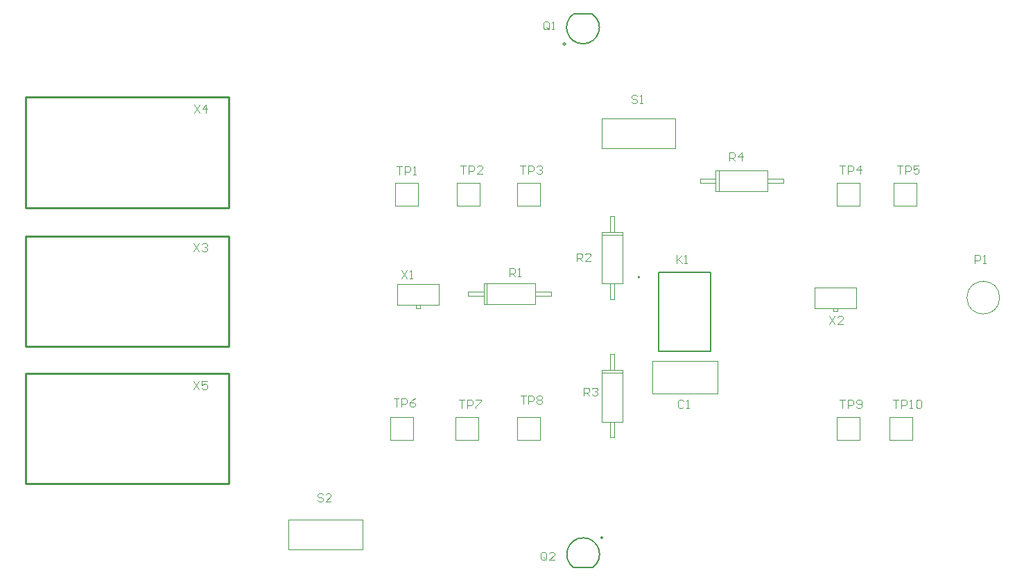
<source format=gbr>
G04*
G04 #@! TF.GenerationSoftware,Altium Limited,Altium Designer,24.1.2 (44)*
G04*
G04 Layer_Color=16711935*
%FSLAX44Y44*%
%MOMM*%
G71*
G04*
G04 #@! TF.SameCoordinates,10F89063-6A89-4F28-B77B-1E7584C9D983*
G04*
G04*
G04 #@! TF.FilePolarity,Positive*
G04*
G01*
G75*
%ADD10C,0.1270*%
%ADD11C,0.2000*%
%ADD12C,0.1000*%
%ADD14C,0.0500*%
%ADD16C,0.2540*%
D10*
X709882Y736650D02*
G03*
X732840Y736650I11479J-16393D01*
G01*
X733118Y60100D02*
G03*
X710161Y60100I-11479J16393D01*
G01*
X709740Y736550D02*
X732940D01*
X710060Y60200D02*
X733260D01*
X813500Y420700D02*
X877000D01*
X813500Y324800D02*
X877000D01*
X813500D02*
Y420700D01*
X877000Y324800D02*
Y420700D01*
D11*
X700112Y699890D02*
G03*
X700112Y699890I-1432J0D01*
G01*
X745752Y96860D02*
G03*
X745752Y96860I-1432J0D01*
G01*
X790500Y415000D02*
G03*
X790500Y415000I-1000J0D01*
G01*
D12*
X1230250Y390000D02*
G03*
X1230250Y390000I-20000J0D01*
G01*
X522290Y377240D02*
Y381050D01*
X517210Y377240D02*
X522290D01*
X517210D02*
Y381050D01*
X545150D02*
Y406450D01*
X494350Y381050D02*
X545150D01*
X494350D02*
Y406450D01*
X545150D01*
X744300Y297940D02*
X769700D01*
X744300Y301699D02*
X769700D01*
X744300Y238301D02*
X769700D01*
X754460Y320800D02*
X759540D01*
X754460Y219200D02*
X759540D01*
X769700Y238301D02*
Y301699D01*
X744300Y238301D02*
Y301699D01*
X759540Y301750D02*
Y320800D01*
Y219200D02*
Y238250D01*
X754460Y301750D02*
Y320800D01*
Y219200D02*
Y238250D01*
X1004600Y402700D02*
X1055400D01*
X1004600Y377300D02*
Y402700D01*
Y377300D02*
X1055400D01*
Y402700D01*
X1027460Y373490D02*
Y377300D01*
Y373490D02*
X1032540D01*
Y377300D01*
X640745Y502249D02*
Y530249D01*
X668745Y502249D02*
Y530249D01*
X640745D02*
X668745D01*
X640745Y502249D02*
X668745D01*
X567750Y502250D02*
Y530250D01*
X595750Y502250D02*
Y530250D01*
X567750D02*
X595750D01*
X567750Y502250D02*
X595750D01*
X491745Y502249D02*
Y530249D01*
X519745Y502249D02*
Y530249D01*
X491745D02*
X519745D01*
X491745Y502249D02*
X519745D01*
X641000Y216000D02*
Y244000D01*
X669000Y216000D02*
Y244000D01*
X641000D02*
X669000D01*
X641000Y216000D02*
X669000D01*
X566000D02*
Y244000D01*
X594000Y216000D02*
Y244000D01*
X566000D02*
X594000D01*
X566000Y216000D02*
X594000D01*
X486000D02*
Y244000D01*
X514000Y216000D02*
Y244000D01*
X486000D02*
X514000D01*
X486000Y216000D02*
X514000D01*
X1101000Y502250D02*
Y530250D01*
X1129000Y502250D02*
Y530250D01*
X1101000D02*
X1129000D01*
X1101000Y502250D02*
X1129000D01*
X1031000D02*
Y530250D01*
X1059000Y502250D02*
Y530250D01*
X1031000D02*
X1059000D01*
X1031000Y502250D02*
X1059000D01*
X1031000Y216000D02*
Y244000D01*
X1059000Y216000D02*
Y244000D01*
X1031000D02*
X1059000D01*
X1031000Y216000D02*
X1059000D01*
X1096000D02*
X1124000D01*
X1096000Y244000D02*
X1124000D01*
X1096000Y216000D02*
Y244000D01*
X1124000Y216000D02*
Y244000D01*
X663500Y392210D02*
X682550D01*
X580950D02*
X600000D01*
X663500Y397290D02*
X682550D01*
X580950D02*
X600000D01*
X600051Y382050D02*
X663449D01*
X600051Y407450D02*
X663449D01*
X682550Y392210D02*
Y397290D01*
X580950Y392210D02*
Y397290D01*
X663449Y382050D02*
Y407450D01*
X600051Y382050D02*
Y407450D01*
X603810Y382050D02*
Y407450D01*
X754210Y387950D02*
Y407000D01*
Y470500D02*
Y489550D01*
X759290Y387950D02*
Y407000D01*
Y470500D02*
Y489550D01*
X744050Y407051D02*
Y470449D01*
X769450Y407051D02*
Y470449D01*
X754210Y387950D02*
X759290D01*
X754210Y489550D02*
X759290D01*
X744050Y407051D02*
X769450D01*
X744050Y470449D02*
X769450D01*
X744050Y466690D02*
X769450D01*
X946750Y529960D02*
X965800D01*
X864200D02*
X883250D01*
X946750Y535040D02*
X965800D01*
X864200D02*
X883250D01*
X883301Y519800D02*
X946699D01*
X883301Y545200D02*
X946699D01*
X965800Y529960D02*
Y535040D01*
X864200Y529960D02*
Y535040D01*
X946699Y519800D02*
Y545200D01*
X883301Y519800D02*
Y545200D01*
X887060Y519800D02*
Y545200D01*
X806000Y272500D02*
Y312500D01*
X846000Y272500D02*
X886000D01*
Y312500D01*
X806000D02*
X886000D01*
X806000Y272500D02*
X846000D01*
X679665Y719416D02*
Y726081D01*
X677998Y727747D01*
X674666D01*
X673000Y726081D01*
Y719416D01*
X674666Y717750D01*
X677998D01*
X676332Y721082D02*
X679665Y717750D01*
X677998D02*
X679665Y719416D01*
X682997Y717750D02*
X686329D01*
X684663D01*
Y727747D01*
X682997Y726081D01*
X676414Y70916D02*
Y77581D01*
X674748Y79247D01*
X671416D01*
X669750Y77581D01*
Y70916D01*
X671416Y69250D01*
X674748D01*
X673082Y72582D02*
X676414Y69250D01*
X674748D02*
X676414Y70916D01*
X686411Y69250D02*
X679747D01*
X686411Y75915D01*
Y77581D01*
X684745Y79247D01*
X681413D01*
X679747Y77581D01*
X499750Y423747D02*
X506414Y413750D01*
Y423747D02*
X499750Y413750D01*
X509747D02*
X513079D01*
X511413D01*
Y423747D01*
X509747Y422081D01*
X787664Y635831D02*
X785998Y637497D01*
X782666D01*
X781000Y635831D01*
Y634165D01*
X782666Y632498D01*
X785998D01*
X787664Y630832D01*
Y629166D01*
X785998Y627500D01*
X782666D01*
X781000Y629166D01*
X790997Y627500D02*
X794329D01*
X792663D01*
Y637497D01*
X790997Y635831D01*
X403665Y148831D02*
X401998Y150497D01*
X398666D01*
X397000Y148831D01*
Y147164D01*
X398666Y145498D01*
X401998D01*
X403665Y143832D01*
Y142166D01*
X401998Y140500D01*
X398666D01*
X397000Y142166D01*
X413661Y140500D02*
X406997D01*
X413661Y147164D01*
Y148831D01*
X411995Y150497D01*
X408663D01*
X406997Y148831D01*
X835500Y441997D02*
Y432000D01*
Y435332D01*
X842165Y441997D01*
X837166Y436998D01*
X842165Y432000D01*
X845497D02*
X848829D01*
X847163D01*
Y441997D01*
X845497Y440331D01*
X246000Y287747D02*
X252665Y277750D01*
Y287747D02*
X246000Y277750D01*
X262661Y287747D02*
X255997D01*
Y282748D01*
X259329Y284415D01*
X260995D01*
X262661Y282748D01*
Y279416D01*
X260995Y277750D01*
X257663D01*
X255997Y279416D01*
X246250Y625497D02*
X252915Y615500D01*
Y625497D02*
X246250Y615500D01*
X261245D02*
Y625497D01*
X256247Y620498D01*
X262911D01*
X246000Y456247D02*
X252665Y446250D01*
Y456247D02*
X246000Y446250D01*
X255997Y454581D02*
X257663Y456247D01*
X260995D01*
X262661Y454581D01*
Y452915D01*
X260995Y451248D01*
X259329D01*
X260995D01*
X262661Y449582D01*
Y447916D01*
X260995Y446250D01*
X257663D01*
X255997Y447916D01*
X1200250Y432000D02*
Y441997D01*
X1205248D01*
X1206915Y440331D01*
Y436998D01*
X1205248Y435332D01*
X1200250D01*
X1210247Y432000D02*
X1213579D01*
X1211913D01*
Y441997D01*
X1210247Y440331D01*
X722500Y270000D02*
Y279997D01*
X727498D01*
X729165Y278331D01*
Y274998D01*
X727498Y273332D01*
X722500D01*
X725832D02*
X729165Y270000D01*
X732497Y278331D02*
X734163Y279997D01*
X737495D01*
X739161Y278331D01*
Y276665D01*
X737495Y274998D01*
X735829D01*
X737495D01*
X739161Y273332D01*
Y271666D01*
X737495Y270000D01*
X734163D01*
X732497Y271666D01*
X1022250Y367747D02*
X1028914Y357750D01*
Y367747D02*
X1022250Y357750D01*
X1038911D02*
X1032247D01*
X1038911Y364414D01*
Y366081D01*
X1037245Y367747D01*
X1033913D01*
X1032247Y366081D01*
X644750Y551247D02*
X651414D01*
X648082D01*
Y541250D01*
X654747D02*
Y551247D01*
X659745D01*
X661411Y549581D01*
Y546248D01*
X659745Y544582D01*
X654747D01*
X664744Y549581D02*
X666410Y551247D01*
X669742D01*
X671408Y549581D01*
Y547915D01*
X669742Y546248D01*
X668076D01*
X669742D01*
X671408Y544582D01*
Y542916D01*
X669742Y541250D01*
X666410D01*
X664744Y542916D01*
X571750Y551247D02*
X578414D01*
X575082D01*
Y541250D01*
X581747D02*
Y551247D01*
X586745D01*
X588411Y549581D01*
Y546248D01*
X586745Y544582D01*
X581747D01*
X598408Y541250D02*
X591744D01*
X598408Y547915D01*
Y549581D01*
X596742Y551247D01*
X593410D01*
X591744Y549581D01*
X493750Y550247D02*
X500415D01*
X497082D01*
Y540250D01*
X503747D02*
Y550247D01*
X508745D01*
X510411Y548581D01*
Y545248D01*
X508745Y543582D01*
X503747D01*
X513744Y540250D02*
X517076D01*
X515410D01*
Y550247D01*
X513744Y548581D01*
X645000Y269997D02*
X651665D01*
X648332D01*
Y260000D01*
X654997D02*
Y269997D01*
X659995D01*
X661661Y268331D01*
Y264998D01*
X659995Y263332D01*
X654997D01*
X664994Y268331D02*
X666660Y269997D01*
X669992D01*
X671658Y268331D01*
Y266665D01*
X669992Y264998D01*
X671658Y263332D01*
Y261666D01*
X669992Y260000D01*
X666660D01*
X664994Y261666D01*
Y263332D01*
X666660Y264998D01*
X664994Y266665D01*
Y268331D01*
X666660Y264998D02*
X669992D01*
X570000Y264997D02*
X576665D01*
X573332D01*
Y255000D01*
X579997D02*
Y264997D01*
X584995D01*
X586661Y263331D01*
Y259998D01*
X584995Y258332D01*
X579997D01*
X589994Y264997D02*
X596658D01*
Y263331D01*
X589994Y256666D01*
Y255000D01*
X490000Y266997D02*
X496665D01*
X493332D01*
Y257000D01*
X499997D02*
Y266997D01*
X504995D01*
X506661Y265331D01*
Y261998D01*
X504995Y260332D01*
X499997D01*
X516658Y266997D02*
X513326Y265331D01*
X509994Y261998D01*
Y258666D01*
X511660Y257000D01*
X514992D01*
X516658Y258666D01*
Y260332D01*
X514992Y261998D01*
X509994D01*
X1105000Y551247D02*
X1111665D01*
X1108332D01*
Y541250D01*
X1114997D02*
Y551247D01*
X1119995D01*
X1121661Y549581D01*
Y546248D01*
X1119995Y544582D01*
X1114997D01*
X1131658Y551247D02*
X1124994D01*
Y546248D01*
X1128326Y547915D01*
X1129992D01*
X1131658Y546248D01*
Y542916D01*
X1129992Y541250D01*
X1126660D01*
X1124994Y542916D01*
X1035000Y551247D02*
X1041665D01*
X1038332D01*
Y541250D01*
X1044997D02*
Y551247D01*
X1049995D01*
X1051661Y549581D01*
Y546248D01*
X1049995Y544582D01*
X1044997D01*
X1059992Y541250D02*
Y551247D01*
X1054994Y546248D01*
X1061658D01*
X1035000Y264997D02*
X1041665D01*
X1038332D01*
Y255000D01*
X1044997D02*
Y264997D01*
X1049995D01*
X1051661Y263331D01*
Y259998D01*
X1049995Y258332D01*
X1044997D01*
X1054994Y256666D02*
X1056660Y255000D01*
X1059992D01*
X1061658Y256666D01*
Y263331D01*
X1059992Y264997D01*
X1056660D01*
X1054994Y263331D01*
Y261665D01*
X1056660Y259998D01*
X1061658D01*
X1100000Y264997D02*
X1106665D01*
X1103332D01*
Y255000D01*
X1109997D02*
Y264997D01*
X1114995D01*
X1116661Y263331D01*
Y259998D01*
X1114995Y258332D01*
X1109997D01*
X1119994Y255000D02*
X1123326D01*
X1121660D01*
Y264997D01*
X1119994Y263331D01*
X1128324D02*
X1129990Y264997D01*
X1133323D01*
X1134989Y263331D01*
Y256666D01*
X1133323Y255000D01*
X1129990D01*
X1128324Y256666D01*
Y263331D01*
X631750Y416000D02*
Y425997D01*
X636748D01*
X638414Y424331D01*
Y420998D01*
X636748Y419332D01*
X631750D01*
X635082D02*
X638414Y416000D01*
X641747D02*
X645079D01*
X643413D01*
Y425997D01*
X641747Y424331D01*
X713750Y434250D02*
Y444247D01*
X718748D01*
X720415Y442581D01*
Y439248D01*
X718748Y437582D01*
X713750D01*
X717082D02*
X720415Y434250D01*
X730411D02*
X723747D01*
X730411Y440914D01*
Y442581D01*
X728745Y444247D01*
X725413D01*
X723747Y442581D01*
X900000Y557500D02*
Y567497D01*
X904998D01*
X906665Y565831D01*
Y562498D01*
X904998Y560832D01*
X900000D01*
X903332D02*
X906665Y557500D01*
X914995D02*
Y567497D01*
X909997Y562498D01*
X916661D01*
X844165Y263331D02*
X842498Y264997D01*
X839166D01*
X837500Y263331D01*
Y256666D01*
X839166Y255000D01*
X842498D01*
X844165Y256666D01*
X847497Y255000D02*
X850829D01*
X849163D01*
Y264997D01*
X847497Y263331D01*
D14*
X834250Y572250D02*
Y608750D01*
X744250Y572250D02*
Y608750D01*
Y572250D02*
X834250D01*
X744250Y608750D02*
X834250D01*
X452000Y82250D02*
Y118750D01*
X362000Y82250D02*
Y118750D01*
Y82250D02*
X452000D01*
X362000Y118750D02*
X452000D01*
D16*
X288750Y162750D02*
Y297750D01*
X40750D02*
X288750D01*
X40750Y162750D02*
Y297750D01*
Y162750D02*
X288750D01*
X40500Y500000D02*
X288500D01*
X40500D02*
Y635000D01*
X288500D01*
Y500000D02*
Y635000D01*
X40500Y330000D02*
X288500D01*
X40500D02*
Y465000D01*
X288500D01*
Y330000D02*
Y465000D01*
M02*

</source>
